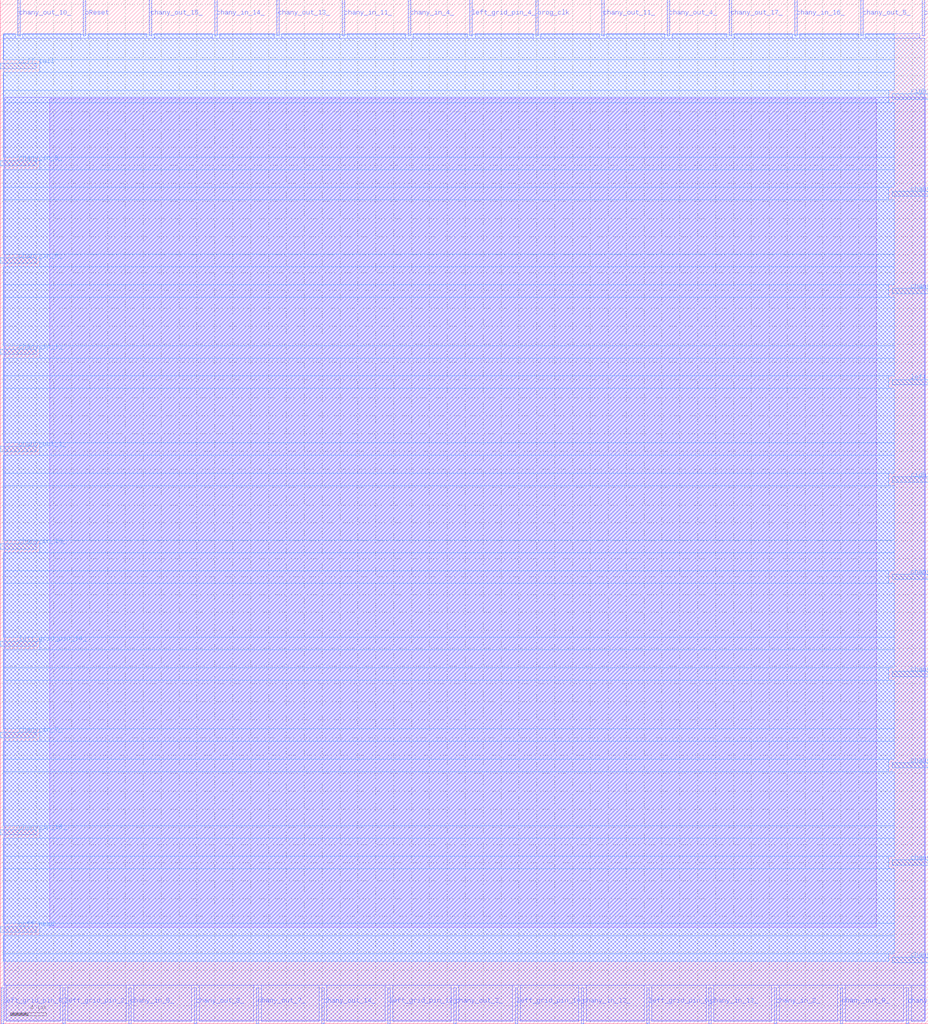
<source format=lef>
VERSION 5.7 ;
  NAMESCASESENSITIVE ON ;
  NOWIREEXTENSIONATPIN ON ;
  DIVIDERCHAR "/" ;
  BUSBITCHARS "[]" ;
UNITS
  DATABASE MICRONS 200 ;
END UNITS

MACRO cby_0__1_
  CLASS BLOCK ;
  FOREIGN cby_0__1_ ;
  ORIGIN 0.000 0.000 ;
  SIZE 103.775 BY 114.495 ;
  PIN ccff_head
    DIRECTION INPUT ;
    PORT
      LAYER met3 ;
        RECT 0.000 10.240 4.000 10.840 ;
    END
  END ccff_head
  PIN ccff_tail
    DIRECTION OUTPUT TRISTATE ;
    PORT
      LAYER met3 ;
        RECT 0.000 106.800 4.000 107.400 ;
    END
  END ccff_tail
  PIN chany_in_0_
    DIRECTION INPUT ;
    PORT
      LAYER met3 ;
        RECT 0.000 85.040 4.000 85.640 ;
    END
  END chany_in_0_
  PIN chany_in_10_
    DIRECTION INPUT ;
    PORT
      LAYER met3 ;
        RECT 0.000 53.080 4.000 53.680 ;
    END
  END chany_in_10_
  PIN chany_in_11_
    DIRECTION INPUT ;
    PORT
      LAYER met2 ;
        RECT 38.270 110.495 38.550 114.495 ;
    END
  END chany_in_11_
  PIN chany_in_12_
    DIRECTION INPUT ;
    PORT
      LAYER met2 ;
        RECT 64.950 0.000 65.230 4.000 ;
    END
  END chany_in_12_
  PIN chany_in_13_
    DIRECTION INPUT ;
    PORT
      LAYER met2 ;
        RECT 79.210 0.000 79.490 4.000 ;
    END
  END chany_in_13_
  PIN chany_in_14_
    DIRECTION INPUT ;
    PORT
      LAYER met2 ;
        RECT 24.010 110.495 24.290 114.495 ;
    END
  END chany_in_14_
  PIN chany_in_15_
    DIRECTION INPUT ;
    PORT
      LAYER met3 ;
        RECT 0.000 21.120 4.000 21.720 ;
    END
  END chany_in_15_
  PIN chany_in_16_
    DIRECTION INPUT ;
    PORT
      LAYER met2 ;
        RECT 88.870 110.495 89.150 114.495 ;
    END
  END chany_in_16_
  PIN chany_in_17_
    DIRECTION INPUT ;
    PORT
      LAYER met3 ;
        RECT 99.775 81.640 103.775 82.240 ;
    END
  END chany_in_17_
  PIN chany_in_1_
    DIRECTION INPUT ;
    PORT
      LAYER met3 ;
        RECT 0.000 74.840 4.000 75.440 ;
    END
  END chany_in_1_
  PIN chany_in_2_
    DIRECTION INPUT ;
    PORT
      LAYER met2 ;
        RECT 86.570 0.000 86.850 4.000 ;
    END
  END chany_in_2_
  PIN chany_in_3_
    DIRECTION INPUT ;
    PORT
      LAYER met3 ;
        RECT 0.000 95.920 4.000 96.520 ;
    END
  END chany_in_3_
  PIN chany_in_4_
    DIRECTION INPUT ;
    PORT
      LAYER met2 ;
        RECT 45.630 110.495 45.910 114.495 ;
    END
  END chany_in_4_
  PIN chany_in_5_
    DIRECTION INPUT ;
    PORT
      LAYER met2 ;
        RECT 14.350 0.000 14.630 4.000 ;
    END
  END chany_in_5_
  PIN chany_in_6_
    DIRECTION INPUT ;
    PORT
      LAYER met3 ;
        RECT 99.775 28.600 103.775 29.200 ;
    END
  END chany_in_6_
  PIN chany_in_7_
    DIRECTION INPUT ;
    PORT
      LAYER met3 ;
        RECT 0.000 32.000 4.000 32.600 ;
    END
  END chany_in_7_
  PIN chany_in_8_
    DIRECTION INPUT ;
    PORT
      LAYER met3 ;
        RECT 99.775 49.680 103.775 50.280 ;
    END
  END chany_in_8_
  PIN chany_in_9_
    DIRECTION INPUT ;
    PORT
      LAYER met2 ;
        RECT 103.130 110.495 103.410 114.495 ;
    END
  END chany_in_9_
  PIN chany_out_0_
    DIRECTION OUTPUT TRISTATE ;
    PORT
      LAYER met3 ;
        RECT 99.775 17.720 103.775 18.320 ;
    END
  END chany_out_0_
  PIN chany_out_10_
    DIRECTION OUTPUT TRISTATE ;
    PORT
      LAYER met2 ;
        RECT 1.930 110.495 2.210 114.495 ;
    END
  END chany_out_10_
  PIN chany_out_11_
    DIRECTION OUTPUT TRISTATE ;
    PORT
      LAYER met2 ;
        RECT 67.250 110.495 67.530 114.495 ;
    END
  END chany_out_11_
  PIN chany_out_12_
    DIRECTION OUTPUT TRISTATE ;
    PORT
      LAYER met3 ;
        RECT 99.775 6.840 103.775 7.440 ;
    END
  END chany_out_12_
  PIN chany_out_13_
    DIRECTION OUTPUT TRISTATE ;
    PORT
      LAYER met2 ;
        RECT 30.910 110.495 31.190 114.495 ;
    END
  END chany_out_13_
  PIN chany_out_14_
    DIRECTION OUTPUT TRISTATE ;
    PORT
      LAYER met2 ;
        RECT 35.970 0.000 36.250 4.000 ;
    END
  END chany_out_14_
  PIN chany_out_15_
    DIRECTION OUTPUT TRISTATE ;
    PORT
      LAYER met2 ;
        RECT 16.650 110.495 16.930 114.495 ;
    END
  END chany_out_15_
  PIN chany_out_16_
    DIRECTION OUTPUT TRISTATE ;
    PORT
      LAYER met2 ;
        RECT 101.290 0.000 101.570 4.000 ;
    END
  END chany_out_16_
  PIN chany_out_17_
    DIRECTION OUTPUT TRISTATE ;
    PORT
      LAYER met2 ;
        RECT 81.510 110.495 81.790 114.495 ;
    END
  END chany_out_17_
  PIN chany_out_1_
    DIRECTION OUTPUT TRISTATE ;
    PORT
      LAYER met3 ;
        RECT 0.000 63.960 4.000 64.560 ;
    END
  END chany_out_1_
  PIN chany_out_2_
    DIRECTION OUTPUT TRISTATE ;
    PORT
      LAYER met2 ;
        RECT 50.690 0.000 50.970 4.000 ;
    END
  END chany_out_2_
  PIN chany_out_3_
    DIRECTION OUTPUT TRISTATE ;
    PORT
      LAYER met3 ;
        RECT 99.775 92.520 103.775 93.120 ;
    END
  END chany_out_3_
  PIN chany_out_4_
    DIRECTION OUTPUT TRISTATE ;
    PORT
      LAYER met2 ;
        RECT 74.610 110.495 74.890 114.495 ;
    END
  END chany_out_4_
  PIN chany_out_5_
    DIRECTION OUTPUT TRISTATE ;
    PORT
      LAYER met2 ;
        RECT 96.230 110.495 96.510 114.495 ;
    END
  END chany_out_5_
  PIN chany_out_6_
    DIRECTION OUTPUT TRISTATE ;
    PORT
      LAYER met3 ;
        RECT 99.775 38.800 103.775 39.400 ;
    END
  END chany_out_6_
  PIN chany_out_7_
    DIRECTION OUTPUT TRISTATE ;
    PORT
      LAYER met2 ;
        RECT 28.610 0.000 28.890 4.000 ;
    END
  END chany_out_7_
  PIN chany_out_8_
    DIRECTION OUTPUT TRISTATE ;
    PORT
      LAYER met2 ;
        RECT 21.710 0.000 21.990 4.000 ;
    END
  END chany_out_8_
  PIN chany_out_9_
    DIRECTION OUTPUT TRISTATE ;
    PORT
      LAYER met2 ;
        RECT 93.930 0.000 94.210 4.000 ;
    END
  END chany_out_9_
  PIN left_grid_pin_0_
    DIRECTION OUTPUT TRISTATE ;
    PORT
      LAYER met2 ;
        RECT 72.310 0.000 72.590 4.000 ;
    END
  END left_grid_pin_0_
  PIN left_grid_pin_10_
    DIRECTION OUTPUT TRISTATE ;
    PORT
      LAYER met2 ;
        RECT 57.590 0.000 57.870 4.000 ;
    END
  END left_grid_pin_10_
  PIN left_grid_pin_12_
    DIRECTION OUTPUT TRISTATE ;
    PORT
      LAYER met2 ;
        RECT 43.330 0.000 43.610 4.000 ;
    END
  END left_grid_pin_12_
  PIN left_grid_pin_14_
    DIRECTION OUTPUT TRISTATE ;
    PORT
      LAYER met3 ;
        RECT 0.000 42.200 4.000 42.800 ;
    END
  END left_grid_pin_14_
  PIN left_grid_pin_2_
    DIRECTION OUTPUT TRISTATE ;
    PORT
      LAYER met2 ;
        RECT 6.990 0.000 7.270 4.000 ;
    END
  END left_grid_pin_2_
  PIN left_grid_pin_4_
    DIRECTION OUTPUT TRISTATE ;
    PORT
      LAYER met2 ;
        RECT 52.530 110.495 52.810 114.495 ;
    END
  END left_grid_pin_4_
  PIN left_grid_pin_6_
    DIRECTION OUTPUT TRISTATE ;
    PORT
      LAYER met3 ;
        RECT 99.775 71.440 103.775 72.040 ;
    END
  END left_grid_pin_6_
  PIN left_grid_pin_8_
    DIRECTION OUTPUT TRISTATE ;
    PORT
      LAYER met2 ;
        RECT 0.090 0.000 0.370 4.000 ;
    END
  END left_grid_pin_8_
  PIN pReset
    DIRECTION INPUT ;
    PORT
      LAYER met2 ;
        RECT 9.290 110.495 9.570 114.495 ;
    END
  END pReset
  PIN prog_clk
    DIRECTION INPUT ;
    PORT
      LAYER met2 ;
        RECT 59.890 110.495 60.170 114.495 ;
    END
  END prog_clk
  PIN right_grid_pin_3_
    DIRECTION OUTPUT TRISTATE ;
    PORT
      LAYER met3 ;
        RECT 99.775 103.400 103.775 104.000 ;
    END
  END right_grid_pin_3_
  PIN right_grid_pin_7_
    DIRECTION OUTPUT TRISTATE ;
    PORT
      LAYER met3 ;
        RECT 99.775 60.560 103.775 61.160 ;
    END
  END right_grid_pin_7_
  OBS
      LAYER li1 ;
        RECT 5.520 10.795 97.980 103.445 ;
      LAYER met1 ;
        RECT 0.530 0.380 103.430 103.600 ;
      LAYER met2 ;
        RECT 0.370 110.215 1.650 110.685 ;
        RECT 2.490 110.215 9.010 110.685 ;
        RECT 9.850 110.215 16.370 110.685 ;
        RECT 17.210 110.215 23.730 110.685 ;
        RECT 24.570 110.215 30.630 110.685 ;
        RECT 31.470 110.215 37.990 110.685 ;
        RECT 38.830 110.215 45.350 110.685 ;
        RECT 46.190 110.215 52.250 110.685 ;
        RECT 53.090 110.215 59.610 110.685 ;
        RECT 60.450 110.215 66.970 110.685 ;
        RECT 67.810 110.215 74.330 110.685 ;
        RECT 75.170 110.215 81.230 110.685 ;
        RECT 82.070 110.215 88.590 110.685 ;
        RECT 89.430 110.215 95.950 110.685 ;
        RECT 96.790 110.215 102.850 110.685 ;
        RECT 0.370 4.280 103.400 110.215 ;
        RECT 0.650 0.270 6.710 4.280 ;
        RECT 7.550 0.270 14.070 4.280 ;
        RECT 14.910 0.270 21.430 4.280 ;
        RECT 22.270 0.270 28.330 4.280 ;
        RECT 29.170 0.270 35.690 4.280 ;
        RECT 36.530 0.270 43.050 4.280 ;
        RECT 43.890 0.270 50.410 4.280 ;
        RECT 51.250 0.270 57.310 4.280 ;
        RECT 58.150 0.270 64.670 4.280 ;
        RECT 65.510 0.270 72.030 4.280 ;
        RECT 72.870 0.270 78.930 4.280 ;
        RECT 79.770 0.270 86.290 4.280 ;
        RECT 87.130 0.270 93.650 4.280 ;
        RECT 94.490 0.270 101.010 4.280 ;
        RECT 101.850 0.270 103.400 4.280 ;
      LAYER met3 ;
        RECT 0.310 107.800 99.970 110.665 ;
        RECT 4.400 106.400 99.970 107.800 ;
        RECT 0.310 104.400 99.970 106.400 ;
        RECT 0.310 103.000 99.375 104.400 ;
        RECT 0.310 96.920 99.970 103.000 ;
        RECT 4.400 95.520 99.970 96.920 ;
        RECT 0.310 93.520 99.970 95.520 ;
        RECT 0.310 92.120 99.375 93.520 ;
        RECT 0.310 86.040 99.970 92.120 ;
        RECT 4.400 84.640 99.970 86.040 ;
        RECT 0.310 82.640 99.970 84.640 ;
        RECT 0.310 81.240 99.375 82.640 ;
        RECT 0.310 75.840 99.970 81.240 ;
        RECT 4.400 74.440 99.970 75.840 ;
        RECT 0.310 72.440 99.970 74.440 ;
        RECT 0.310 71.040 99.375 72.440 ;
        RECT 0.310 64.960 99.970 71.040 ;
        RECT 4.400 63.560 99.970 64.960 ;
        RECT 0.310 61.560 99.970 63.560 ;
        RECT 0.310 60.160 99.375 61.560 ;
        RECT 0.310 54.080 99.970 60.160 ;
        RECT 4.400 52.680 99.970 54.080 ;
        RECT 0.310 50.680 99.970 52.680 ;
        RECT 0.310 49.280 99.375 50.680 ;
        RECT 0.310 43.200 99.970 49.280 ;
        RECT 4.400 41.800 99.970 43.200 ;
        RECT 0.310 39.800 99.970 41.800 ;
        RECT 0.310 38.400 99.375 39.800 ;
        RECT 0.310 33.000 99.970 38.400 ;
        RECT 4.400 31.600 99.970 33.000 ;
        RECT 0.310 29.600 99.970 31.600 ;
        RECT 0.310 28.200 99.375 29.600 ;
        RECT 0.310 22.120 99.970 28.200 ;
        RECT 4.400 20.720 99.970 22.120 ;
        RECT 0.310 18.720 99.970 20.720 ;
        RECT 0.310 17.320 99.375 18.720 ;
        RECT 0.310 11.240 99.970 17.320 ;
        RECT 4.400 9.840 99.970 11.240 ;
        RECT 0.310 7.840 99.970 9.840 ;
        RECT 0.310 6.975 99.375 7.840 ;
  END
END cby_0__1_
END LIBRARY


</source>
